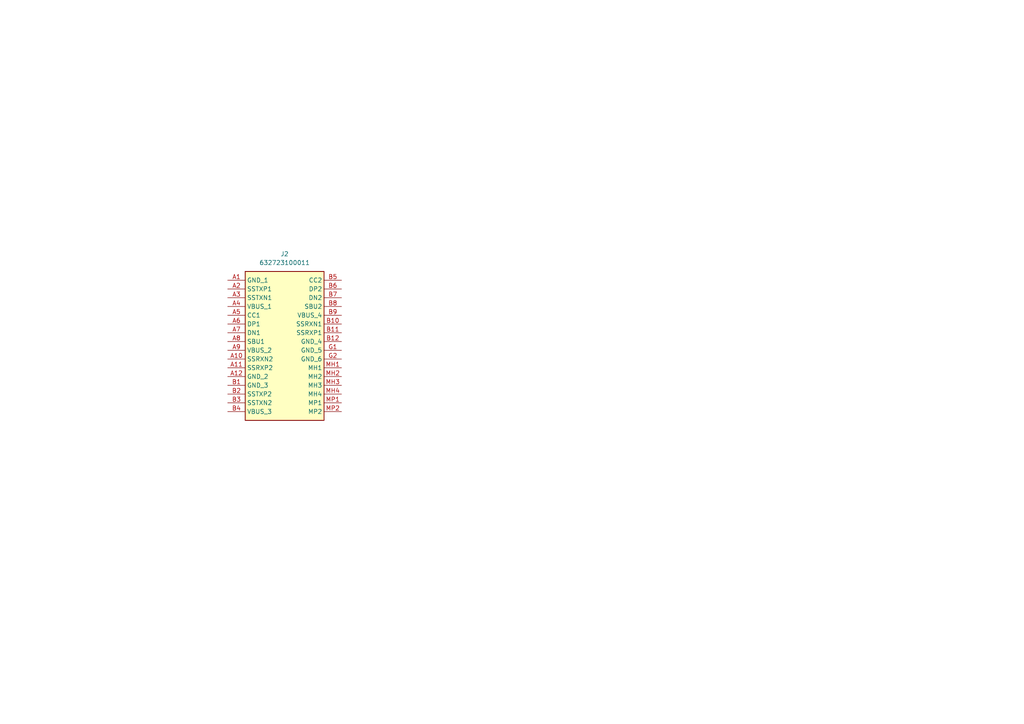
<source format=kicad_sch>
(kicad_sch (version 20231120) (generator "eeschema") (generator_version "8.0")
  (paper "A4")
  (title_block (company "Rafael Riber"))
  (lib_symbols
    (symbol "Connector:632723100011"
      (property "Reference" "IC" (at 29.21 7.62 0))
      (property "Value" "632723100011" (at 29.21 5.08 0))
      (symbol "632723100011_1_1"
        (rectangle (start 5.08 2.54) (end 27.94 -40.64) (stroke (width 0.254)) (fill (type background)))
        (pin passive line (at 0 0 0) (length 5.08) (name "GND_1") (number "A1"))
        (pin passive line (at 0 -22.86 0) (length 5.08) (name "SSRXN2") (number "A10"))
        (pin passive line (at 0 -25.4 0) (length 5.08) (name "SSRXP2") (number "A11"))
        (pin passive line (at 0 -27.94 0) (length 5.08) (name "GND_2") (number "A12"))
        (pin passive line (at 0 -2.54 0) (length 5.08) (name "SSTXP1") (number "A2"))
        (pin passive line (at 0 -5.08 0) (length 5.08) (name "SSTXN1") (number "A3"))
        (pin passive line (at 0 -7.62 0) (length 5.08) (name "VBUS_1") (number "A4"))
        (pin passive line (at 0 -10.16 0) (length 5.08) (name "CC1") (number "A5"))
        (pin passive line (at 0 -12.7 0) (length 5.08) (name "DP1") (number "A6"))
        (pin passive line (at 0 -15.24 0) (length 5.08) (name "DN1") (number "A7"))
        (pin passive line (at 0 -17.78 0) (length 5.08) (name "SBU1") (number "A8"))
        (pin passive line (at 0 -20.32 0) (length 5.08) (name "VBUS_2") (number "A9"))
        (pin passive line (at 0 -30.48 0) (length 5.08) (name "GND_3") (number "B1"))
        (pin passive line (at 33.02 -12.7 180) (length 5.08) (name "SSRXN1") (number "B10"))
        (pin passive line (at 33.02 -15.24 180) (length 5.08) (name "SSRXP1") (number "B11"))
        (pin passive line (at 33.02 -17.78 180) (length 5.08) (name "GND_4") (number "B12"))
        (pin passive line (at 0 -33.02 0) (length 5.08) (name "SSTXP2") (number "B2"))
        (pin passive line (at 0 -35.56 0) (length 5.08) (name "SSTXN2") (number "B3"))
        (pin passive line (at 0 -38.1 0) (length 5.08) (name "VBUS_3") (number "B4"))
        (pin passive line (at 33.02 0 180) (length 5.08) (name "CC2") (number "B5"))
        (pin passive line (at 33.02 -2.54 180) (length 5.08) (name "DP2") (number "B6"))
        (pin passive line (at 33.02 -5.08 180) (length 5.08) (name "DN2") (number "B7"))
        (pin passive line (at 33.02 -7.62 180) (length 5.08) (name "SBU2") (number "B8"))
        (pin passive line (at 33.02 -10.16 180) (length 5.08) (name "VBUS_4") (number "B9"))
        (pin passive line (at 33.02 -20.32 180) (length 5.08) (name "GND_5") (number "G1"))
        (pin passive line (at 33.02 -22.86 180) (length 5.08) (name "GND_6") (number "G2"))
        (pin passive line (at 33.02 -25.4 180) (length 5.08) (name "MH1") (number "MH1"))
        (pin passive line (at 33.02 -27.94 180) (length 5.08) (name "MH2") (number "MH2"))
        (pin passive line (at 33.02 -30.48 180) (length 5.08) (name "MH3") (number "MH3"))
        (pin passive line (at 33.02 -33.02 180) (length 5.08) (name "MH4") (number "MH4"))
        (pin passive line (at 33.02 -35.56 180) (length 5.08) (name "MP1") (number "MP1"))
        (pin passive line (at 33.02 -38.1 180) (length 5.08) (name "MP2") (number "MP2"))
      )
    )
  )
  (symbol (lib_id "Connector:632723100011") (at 66.04 81.28 0) (unit 1)
    (property "Reference" "J2" (at 82.55 73.66 0))
    (property "Value" "632723100011" (at 82.55 76.2 0))
    (property "Footprint" "Connector_USB:632723100011" (effects (hide yes)))
    (property "Datasheet" "https://componentsearchengine.com/Datasheets/1/632723100011.pdf" (effects (hide yes)))
    (property "Description" "WURTH ELEKTRONIK - 632723100011 - USB Connector, USB Type C, USB 3.1, Receptacle, 24 Ways, Surface Mount, Through Hole Mount" (effects (hide yes)))
    (property "Height" "3.11" (effects (hide yes)))
    (property "Mouser Part Number" "710-632723100011" (effects (hide yes)))
    (property "Mouser Price/Stock" "https://www.mouser.co.uk/ProductDetail/Wurth-Elektronik/632723100011?qs=NK6InXoXhq4o62C9ULXLjQ%3D%3D" (effects (hide yes)))
    (property "Manufacturer_Name" "Wurth Elektronik" (effects (hide yes)))
    (property "Manufacturer_Part_Number" "632723100011" (effects (hide yes)))
  )
)
</source>
